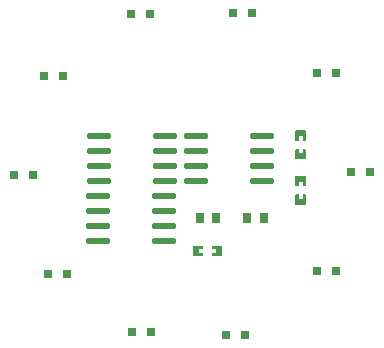
<source format=gtp>
G04 Layer: TopPasteMaskLayer*
G04 EasyEDA Pro v2.2.39.2, 2025-06-07 21:32:46*
G04 Gerber Generator version 0.3*
G04 Scale: 100 percent, Rotated: No, Reflected: No*
G04 Dimensions in millimeters*
G04 Leading zeros omitted, absolute positions, 4 integers and 5 decimals*
G04 Generated by one-click*
%FSLAX45Y45*%
%MOMM*%
%ADD10O,2.045X0.58801*%
%ADD11R,0.8X0.9*%
%ADD12R,0.8001X0.8001*%
%ADD13C,0.4994*%
G75*


G04 PolygonModel Start*
G36*
G01X881238Y359938D02*
G01X881238Y279938D01*
G01X886239Y274937D01*
G01X909036Y274937D01*
G01X909036Y311937D01*
G01X942035Y311937D01*
G01X942035Y274937D01*
G01X966239Y274937D01*
G01X971238Y279938D01*
G01X971238Y359938D01*
G01X966239Y364937D01*
G01X886239Y364937D01*
G01X881238Y359938D01*
G37*
G36*
G01X886239Y204937D02*
G01X909036Y204937D01*
G01X909036Y166939D01*
G01X942035Y166939D01*
G01X942035Y204937D01*
G01X966239Y204937D01*
G01X971238Y199939D01*
G01X971238Y120940D01*
G01X966239Y115938D01*
G01X886239Y115938D01*
G01X881238Y120940D01*
G01X881238Y199939D01*
G01X886239Y204937D01*
G37*
G36*
G01X881238Y-25089D02*
G01X881238Y-105089D01*
G01X886239Y-110090D01*
G01X909036Y-110090D01*
G01X909036Y-73090D01*
G01X942035Y-73090D01*
G01X942035Y-110090D01*
G01X966239Y-110090D01*
G01X971238Y-105089D01*
G01X971238Y-25089D01*
G01X966239Y-20091D01*
G01X886239Y-20091D01*
G01X881238Y-25089D01*
G37*
G36*
G01X886239Y-180090D02*
G01X909036Y-180090D01*
G01X909036Y-218089D01*
G01X942035Y-218089D01*
G01X942035Y-180090D01*
G01X966239Y-180090D01*
G01X971238Y-185089D01*
G01X971238Y-264088D01*
G01X966239Y-269089D01*
G01X886239Y-269089D01*
G01X881238Y-264088D01*
G01X881238Y-185089D01*
G01X886239Y-180090D01*
G37*
G36*
G01X16039Y-705399D02*
G01X96039Y-705399D01*
G01X101040Y-700397D01*
G01X101040Y-677601D01*
G01X64040Y-677601D01*
G01X64040Y-644601D01*
G01X101040Y-644601D01*
G01X101040Y-620398D01*
G01X96039Y-615399D01*
G01X16039Y-615399D01*
G01X11040Y-620398D01*
G01X11040Y-700397D01*
G01X16039Y-705399D01*
G37*
G36*
G01X171040Y-700397D02*
G01X171040Y-677601D01*
G01X209038Y-677601D01*
G01X209038Y-644601D01*
G01X171040Y-644601D01*
G01X171040Y-620398D01*
G01X176039Y-615399D01*
G01X255038Y-615399D01*
G01X260039Y-620398D01*
G01X260039Y-700397D01*
G01X255038Y-705399D01*
G01X176039Y-705399D01*
G01X171040Y-700397D01*
G37*

G04 Pad Start*
G54D10*
G01X40259Y317500D03*
G01X40259Y190500D03*
G01X40259Y63500D03*
G01X40259Y-63500D03*
G01X594741Y317500D03*
G01X594741Y190500D03*
G01X594741Y63500D03*
G01X594741Y-63500D03*
G54D11*
G01X210553Y-381000D03*
G01X70549Y-381000D03*
G01X615292Y-381000D03*
G01X475287Y-381000D03*
G54D10*
G01X-785241Y317500D03*
G01X-789559Y-571500D03*
G01X-789559Y-444500D03*
G01X-785241Y190500D03*
G01X-789559Y-317500D03*
G01X-785241Y63500D03*
G01X-785241Y-63500D03*
G01X-789559Y-190500D03*
G01X-230759Y-571031D03*
G01X-230759Y-444031D03*
G01X-230759Y-317031D03*
G01X-230759Y-190031D03*
G01X-226441Y63969D03*
G01X-226441Y-63031D03*
G01X-226441Y317969D03*
G01X-226441Y190969D03*
G54D12*
G01X-1248410Y825230D03*
G01X-1088390Y825738D03*
G01X-1502176Y-12954D03*
G01X-1342156Y-12446D03*
G01X451226Y-1369521D03*
G01X291206Y-1370029D03*
G01X1355090Y11651D03*
G01X1515110Y12159D03*
G01X-1212108Y-851154D03*
G01X-1052088Y-850646D03*
G01X-499110Y-1346454D03*
G01X-339090Y-1345946D03*
G01X1062990Y-826754D03*
G01X1223010Y-826246D03*
G01X1065022Y850646D03*
G01X1225042Y851154D03*
G01X352667Y1355805D03*
G01X512687Y1356313D03*
G01X-511414Y1345946D03*
G01X-351394Y1346454D03*
G04 Pad End*

M02*


</source>
